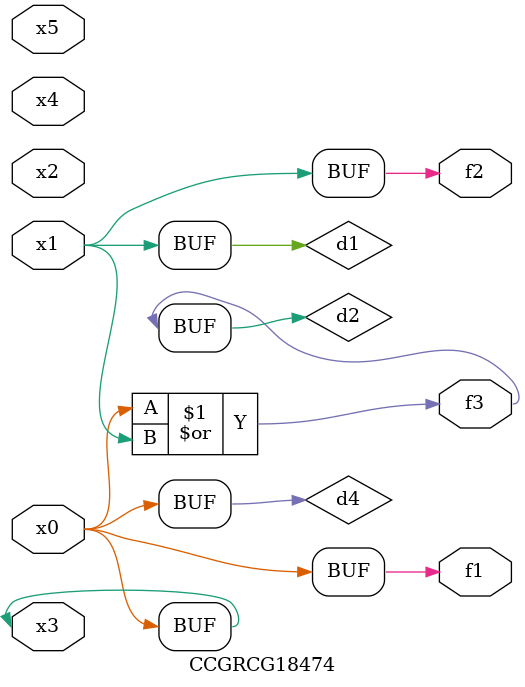
<source format=v>
module CCGRCG18474(
	input x0, x1, x2, x3, x4, x5,
	output f1, f2, f3
);

	wire d1, d2, d3, d4;

	and (d1, x1);
	or (d2, x0, x1);
	nand (d3, x0, x5);
	buf (d4, x0, x3);
	assign f1 = d4;
	assign f2 = d1;
	assign f3 = d2;
endmodule

</source>
